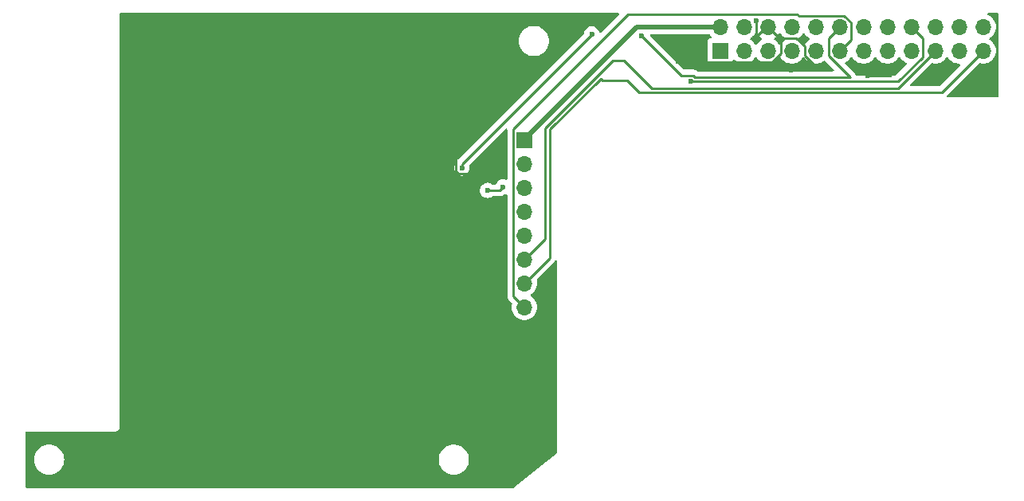
<source format=gtl>
G04 #@! TF.GenerationSoftware,KiCad,Pcbnew,7.0.9-7.0.9~ubuntu20.04.1*
G04 #@! TF.CreationDate,2024-01-21T19:49:38-07:00*
G04 #@! TF.ProjectId,lcdandbuttonboard3b,6c636461-6e64-4627-9574-746f6e626f61,rev?*
G04 #@! TF.SameCoordinates,Original*
G04 #@! TF.FileFunction,Copper,L1,Top*
G04 #@! TF.FilePolarity,Positive*
%FSLAX46Y46*%
G04 Gerber Fmt 4.6, Leading zero omitted, Abs format (unit mm)*
G04 Created by KiCad (PCBNEW 7.0.9-7.0.9~ubuntu20.04.1) date 2024-01-21 19:49:38*
%MOMM*%
%LPD*%
G01*
G04 APERTURE LIST*
G04 #@! TA.AperFunction,ComponentPad*
%ADD10R,1.700000X1.700000*%
G04 #@! TD*
G04 #@! TA.AperFunction,ComponentPad*
%ADD11O,1.700000X1.700000*%
G04 #@! TD*
G04 #@! TA.AperFunction,ViaPad*
%ADD12C,0.600000*%
G04 #@! TD*
G04 #@! TA.AperFunction,Conductor*
%ADD13C,0.500000*%
G04 #@! TD*
G04 #@! TA.AperFunction,Conductor*
%ADD14C,0.250000*%
G04 #@! TD*
G04 APERTURE END LIST*
D10*
X141500000Y-64000000D03*
D11*
X141500000Y-66540000D03*
X141500000Y-69080000D03*
X141500000Y-71620000D03*
X141500000Y-74160000D03*
X141500000Y-76700000D03*
X141500000Y-79240000D03*
X141500000Y-81780000D03*
D10*
X162300000Y-54540000D03*
D11*
X162300000Y-52000000D03*
X164840000Y-54540000D03*
X164840000Y-52000000D03*
X167380000Y-54540000D03*
X167380000Y-52000000D03*
X169920000Y-54540000D03*
X169920000Y-52000000D03*
X172460000Y-54540000D03*
X172460000Y-52000000D03*
X175000000Y-54540000D03*
X175000000Y-52000000D03*
X177540000Y-54540000D03*
X177540000Y-52000000D03*
X180080000Y-54540000D03*
X180080000Y-52000000D03*
X182620000Y-54540000D03*
X182620000Y-52000000D03*
X185160000Y-54540000D03*
X185160000Y-52000000D03*
X187700000Y-54540000D03*
X187700000Y-52000000D03*
X190240000Y-54540000D03*
X190240000Y-52000000D03*
D12*
X98975000Y-60400000D03*
X148875000Y-51000000D03*
X100275000Y-92700000D03*
X136100000Y-54575000D03*
X186975000Y-56400000D03*
X146625000Y-51725000D03*
X137625000Y-59175000D03*
X157808411Y-55616589D03*
X141975000Y-97775000D03*
X120150000Y-53800000D03*
X99400000Y-85025000D03*
X143500000Y-85900000D03*
X100600000Y-66450000D03*
X143500000Y-94000000D03*
X180700000Y-56800000D03*
X114425000Y-100275000D03*
X143500000Y-89575000D03*
X114525000Y-52500000D03*
X143825000Y-80050000D03*
X169875000Y-56600000D03*
X99950000Y-88925000D03*
X100050000Y-54550000D03*
X137975000Y-94750000D03*
X188100000Y-58225000D03*
X173100000Y-56350000D03*
X116150000Y-99075000D03*
X93675000Y-96150000D03*
X166125000Y-51375000D03*
X183425000Y-57925000D03*
X107400000Y-98425000D03*
X144025000Y-83100000D03*
X128800000Y-51750000D03*
X190075000Y-57175000D03*
X166000000Y-53175000D03*
X99825000Y-75625000D03*
X104050000Y-52625000D03*
X99725000Y-70975000D03*
X111075000Y-100275000D03*
X184300000Y-56775000D03*
X178025000Y-57175500D03*
X163200000Y-56525000D03*
X133225000Y-51650000D03*
X185300000Y-57400000D03*
X132800000Y-64250000D03*
X100150000Y-80600000D03*
X109125000Y-52075000D03*
X93775000Y-99200000D03*
X139175000Y-96800000D03*
X139125000Y-65725000D03*
X99725000Y-62675000D03*
X130300000Y-95525000D03*
X134275000Y-59225000D03*
X139250000Y-69000000D03*
X137575000Y-69375000D03*
X159200000Y-57800000D03*
X148650000Y-52750000D03*
X134850000Y-67000000D03*
X153950000Y-52925000D03*
D13*
X141500000Y-63950000D02*
X153450000Y-52000000D01*
X141500000Y-64000000D02*
X141500000Y-63950000D01*
X153450000Y-52000000D02*
X162300000Y-52000000D01*
D14*
X99950000Y-88925000D02*
X99950000Y-92375000D01*
X120150000Y-53800000D02*
X115825000Y-53800000D01*
X171285000Y-54053299D02*
X171285000Y-55026701D01*
X115825000Y-53800000D02*
X114525000Y-52500000D01*
X188100000Y-58225000D02*
X189025000Y-58225000D01*
X167866701Y-55715000D02*
X168745000Y-54836701D01*
X134275000Y-59225000D02*
X134275000Y-62775000D01*
X100150000Y-84275000D02*
X99400000Y-85025000D01*
X170406701Y-53175000D02*
X171285000Y-54053299D01*
X143500000Y-83625000D02*
X144025000Y-83100000D01*
X167175000Y-52000000D02*
X166000000Y-53175000D01*
X168745000Y-53365000D02*
X167380000Y-52000000D01*
X166000000Y-53175000D02*
X166125000Y-53050000D01*
X141000000Y-96800000D02*
X141975000Y-97775000D01*
X143500000Y-94000000D02*
X143500000Y-89575000D01*
X93675000Y-96150000D02*
X93675000Y-99100000D01*
X134275000Y-62775000D02*
X132800000Y-64250000D01*
X166125000Y-53050000D02*
X166125000Y-51375000D01*
X137225000Y-67625000D02*
X139125000Y-65725000D01*
X186600000Y-56775000D02*
X186975000Y-56400000D01*
X157906822Y-55715000D02*
X167866701Y-55715000D01*
X100150000Y-80600000D02*
X100150000Y-84275000D01*
X178025000Y-57175500D02*
X180324500Y-57175500D01*
X184775000Y-57925000D02*
X185300000Y-57400000D01*
X134225000Y-62575000D02*
X134225000Y-67350000D01*
X109125000Y-52075000D02*
X104600000Y-52075000D01*
X99725000Y-75525000D02*
X99825000Y-75625000D01*
X114425000Y-100275000D02*
X114950000Y-100275000D01*
X184300000Y-56775000D02*
X186600000Y-56775000D01*
X130300000Y-95525000D02*
X137200000Y-95525000D01*
X99950000Y-92375000D02*
X100275000Y-92700000D01*
X104600000Y-52075000D02*
X104050000Y-52625000D01*
X148875000Y-51000000D02*
X139675000Y-51000000D01*
X183425000Y-57925000D02*
X184775000Y-57925000D01*
X180324500Y-57175500D02*
X180700000Y-56800000D01*
X168555000Y-53175000D02*
X170406701Y-53175000D01*
X100050000Y-54550000D02*
X100050000Y-59325000D01*
X169875000Y-56600000D02*
X163275000Y-56600000D01*
X172608299Y-56350000D02*
X173100000Y-56350000D01*
X128900000Y-51650000D02*
X128800000Y-51750000D01*
X134500000Y-67625000D02*
X137225000Y-67625000D01*
X137625000Y-59175000D02*
X134225000Y-62575000D01*
X114950000Y-100275000D02*
X116150000Y-99075000D01*
X168745000Y-54836701D02*
X168745000Y-53365000D01*
X139175000Y-96800000D02*
X141000000Y-96800000D01*
X171285000Y-55026701D02*
X172608299Y-56350000D01*
X163275000Y-56600000D02*
X163200000Y-56525000D01*
X157808411Y-55616589D02*
X157906822Y-55715000D01*
X143500000Y-85900000D02*
X143500000Y-83625000D01*
X109225000Y-98425000D02*
X111075000Y-100275000D01*
X107400000Y-98425000D02*
X109225000Y-98425000D01*
X167380000Y-52000000D02*
X168555000Y-53175000D01*
X189025000Y-58225000D02*
X190075000Y-57175000D01*
X100600000Y-63550000D02*
X100600000Y-66450000D01*
X133225000Y-51650000D02*
X128900000Y-51650000D01*
X139675000Y-51000000D02*
X136100000Y-54575000D01*
X134225000Y-67350000D02*
X134500000Y-67625000D01*
X167380000Y-52000000D02*
X167175000Y-52000000D01*
X93675000Y-99100000D02*
X93775000Y-99200000D01*
X100050000Y-59325000D02*
X98975000Y-60400000D01*
X99725000Y-62675000D02*
X100600000Y-63550000D01*
X137200000Y-95525000D02*
X137975000Y-94750000D01*
X99725000Y-70975000D02*
X99725000Y-75525000D01*
X137575000Y-69375000D02*
X138875000Y-69375000D01*
X138875000Y-69375000D02*
X139250000Y-69000000D01*
X183800000Y-53180000D02*
X182620000Y-52000000D01*
X181211701Y-57800000D02*
X183800000Y-55211701D01*
X183800000Y-55211701D02*
X183800000Y-53180000D01*
X159200000Y-57800000D02*
X181211701Y-57800000D01*
X143668198Y-62781802D02*
X150863604Y-55586396D01*
X181200000Y-58500000D02*
X185160000Y-54540000D01*
X141500000Y-76700000D02*
X143668198Y-74531802D01*
X155000000Y-58500000D02*
X181200000Y-58500000D01*
X152086396Y-55586396D02*
X155000000Y-58500000D01*
X150863604Y-55586396D02*
X152086396Y-55586396D01*
X143668198Y-74531802D02*
X143668198Y-62781802D01*
X144204594Y-76535406D02*
X144204594Y-62881802D01*
X185830000Y-58950000D02*
X190240000Y-54540000D01*
X149800000Y-57700000D02*
X152400000Y-57700000D01*
X149593198Y-57493198D02*
X149800000Y-57700000D01*
X144204594Y-62881802D02*
X149593198Y-57493198D01*
X153650000Y-58950000D02*
X185830000Y-58950000D01*
X152400000Y-57700000D02*
X153650000Y-58950000D01*
X141500000Y-79240000D02*
X144204594Y-76535406D01*
X140325000Y-80605000D02*
X141500000Y-81780000D01*
X175000000Y-54540000D02*
X176175000Y-53365000D01*
X140325000Y-62825000D02*
X140325000Y-80605000D01*
X152525000Y-50625000D02*
X140325000Y-62825000D01*
X176175000Y-53365000D02*
X176175000Y-51513299D01*
X176175000Y-51513299D02*
X175486701Y-50825000D01*
X170475000Y-50625000D02*
X152525000Y-50625000D01*
X170675000Y-50825000D02*
X170475000Y-50625000D01*
X175486701Y-50825000D02*
X170675000Y-50825000D01*
X158200000Y-57175000D02*
X159458884Y-57175000D01*
X159633884Y-57350000D02*
X176100000Y-57350000D01*
X176100000Y-57350000D02*
X173825000Y-55075000D01*
X173825000Y-55075000D02*
X173825000Y-53175000D01*
X134850000Y-66550000D02*
X148650000Y-52750000D01*
X173825000Y-53175000D02*
X175000000Y-52000000D01*
X134850000Y-67000000D02*
X134850000Y-66550000D01*
X153950000Y-52925000D02*
X158200000Y-57175000D01*
X159458884Y-57175000D02*
X159633884Y-57350000D01*
G04 #@! TA.AperFunction,Conductor*
G36*
X151517526Y-50520502D02*
G01*
X151564019Y-50574158D01*
X151574123Y-50644432D01*
X151544629Y-50709012D01*
X151538514Y-50715580D01*
X150052930Y-52201164D01*
X149647720Y-52606374D01*
X149585408Y-52640399D01*
X149514592Y-52635334D01*
X149457757Y-52592787D01*
X149439699Y-52558900D01*
X149383043Y-52396985D01*
X149286112Y-52242720D01*
X149286111Y-52242718D01*
X149157281Y-52113888D01*
X149157279Y-52113887D01*
X149003018Y-52016958D01*
X149003015Y-52016957D01*
X148831050Y-51956784D01*
X148831049Y-51956783D01*
X148831047Y-51956783D01*
X148650000Y-51936384D01*
X148468953Y-51956783D01*
X148468950Y-51956783D01*
X148468949Y-51956784D01*
X148296984Y-52016957D01*
X148296981Y-52016958D01*
X148142720Y-52113887D01*
X148142718Y-52113888D01*
X148013888Y-52242718D01*
X148013887Y-52242720D01*
X147916958Y-52396981D01*
X147916957Y-52396984D01*
X147856783Y-52568950D01*
X147856782Y-52568957D01*
X147851768Y-52613452D01*
X147824264Y-52678905D01*
X147815656Y-52688437D01*
X134461336Y-66042757D01*
X134448901Y-66052721D01*
X134449089Y-66052948D01*
X134442980Y-66058001D01*
X134395016Y-66109078D01*
X134373866Y-66130227D01*
X134369560Y-66135777D01*
X134365714Y-66140279D01*
X134333417Y-66174674D01*
X134333411Y-66174683D01*
X134323651Y-66192435D01*
X134312803Y-66208950D01*
X134300386Y-66224958D01*
X134281645Y-66268264D01*
X134279034Y-66273594D01*
X134256305Y-66314939D01*
X134256303Y-66314944D01*
X134251267Y-66334559D01*
X134244864Y-66353262D01*
X134236819Y-66371852D01*
X134229437Y-66418456D01*
X134228233Y-66424268D01*
X134214529Y-66477646D01*
X134212896Y-66477226D01*
X134198734Y-66516837D01*
X134116956Y-66646986D01*
X134080965Y-66749844D01*
X134056783Y-66818953D01*
X134036384Y-67000000D01*
X134056783Y-67181047D01*
X134056783Y-67181049D01*
X134056784Y-67181050D01*
X134116957Y-67353015D01*
X134116958Y-67353018D01*
X134213887Y-67507279D01*
X134213888Y-67507281D01*
X134342718Y-67636111D01*
X134342720Y-67636112D01*
X134496981Y-67733041D01*
X134496982Y-67733041D01*
X134496985Y-67733043D01*
X134668953Y-67793217D01*
X134850000Y-67813616D01*
X135031047Y-67793217D01*
X135203015Y-67733043D01*
X135357281Y-67636111D01*
X135486111Y-67507281D01*
X135583043Y-67353015D01*
X135643217Y-67181047D01*
X135663616Y-67000000D01*
X135643217Y-66818953D01*
X135626265Y-66770509D01*
X135622646Y-66699610D01*
X135656098Y-66639804D01*
X139476405Y-62819498D01*
X139538717Y-62785472D01*
X139609533Y-62790537D01*
X139666368Y-62833084D01*
X139691179Y-62899604D01*
X139691500Y-62908593D01*
X139691500Y-68120339D01*
X139671498Y-68188460D01*
X139617842Y-68234953D01*
X139547568Y-68245057D01*
X139523885Y-68239268D01*
X139476709Y-68222761D01*
X139431047Y-68206783D01*
X139250000Y-68186384D01*
X139068953Y-68206783D01*
X139068950Y-68206783D01*
X139068949Y-68206784D01*
X138896984Y-68266957D01*
X138896981Y-68266958D01*
X138742720Y-68363887D01*
X138742718Y-68363888D01*
X138613888Y-68492718D01*
X138613887Y-68492720D01*
X138516958Y-68646980D01*
X138513412Y-68657117D01*
X138472032Y-68714808D01*
X138406032Y-68740970D01*
X138394483Y-68741500D01*
X138122737Y-68741500D01*
X138055701Y-68722187D01*
X137928017Y-68641958D01*
X137928015Y-68641957D01*
X137756050Y-68581784D01*
X137756049Y-68581783D01*
X137756047Y-68581783D01*
X137575000Y-68561384D01*
X137393953Y-68581783D01*
X137393950Y-68581783D01*
X137393949Y-68581784D01*
X137221984Y-68641957D01*
X137221981Y-68641958D01*
X137067720Y-68738887D01*
X137067718Y-68738888D01*
X136938888Y-68867718D01*
X136938887Y-68867720D01*
X136841958Y-69021981D01*
X136841957Y-69021984D01*
X136821657Y-69080000D01*
X136781783Y-69193953D01*
X136761384Y-69375000D01*
X136781783Y-69556047D01*
X136781783Y-69556049D01*
X136781784Y-69556050D01*
X136841957Y-69728015D01*
X136841958Y-69728018D01*
X136938887Y-69882279D01*
X136938888Y-69882281D01*
X137067718Y-70011111D01*
X137067720Y-70011112D01*
X137221981Y-70108041D01*
X137221982Y-70108041D01*
X137221985Y-70108043D01*
X137393953Y-70168217D01*
X137575000Y-70188616D01*
X137756047Y-70168217D01*
X137928015Y-70108043D01*
X137996807Y-70064817D01*
X138055701Y-70027813D01*
X138122737Y-70008500D01*
X138791147Y-70008500D01*
X138806988Y-70010249D01*
X138807016Y-70009956D01*
X138814902Y-70010700D01*
X138814909Y-70010702D01*
X138884958Y-70008500D01*
X138914856Y-70008500D01*
X138921818Y-70007619D01*
X138927719Y-70007154D01*
X138974889Y-70005673D01*
X138994347Y-70000019D01*
X139013694Y-69996013D01*
X139033797Y-69993474D01*
X139077679Y-69976099D01*
X139083274Y-69974183D01*
X139111816Y-69965891D01*
X139128591Y-69961019D01*
X139128595Y-69961017D01*
X139146026Y-69950708D01*
X139163780Y-69942009D01*
X139182617Y-69934552D01*
X139220786Y-69906818D01*
X139225744Y-69903562D01*
X139266362Y-69879542D01*
X139280685Y-69865218D01*
X139295724Y-69852374D01*
X139312108Y-69840471D01*
X139317889Y-69835043D01*
X139319238Y-69836480D01*
X139369390Y-69802600D01*
X139393544Y-69797442D01*
X139431047Y-69793217D01*
X139523887Y-69760730D01*
X139594789Y-69757111D01*
X139656394Y-69792400D01*
X139689141Y-69855393D01*
X139691500Y-69879660D01*
X139691500Y-80521146D01*
X139689751Y-80536988D01*
X139690044Y-80537016D01*
X139689298Y-80544907D01*
X139691500Y-80614957D01*
X139691500Y-80644851D01*
X139691501Y-80644872D01*
X139692378Y-80651820D01*
X139692844Y-80657732D01*
X139694326Y-80704888D01*
X139694327Y-80704893D01*
X139699977Y-80724339D01*
X139703986Y-80743697D01*
X139706525Y-80763793D01*
X139706526Y-80763799D01*
X139723893Y-80807662D01*
X139725816Y-80813279D01*
X139738982Y-80858593D01*
X139749294Y-80876031D01*
X139757988Y-80893779D01*
X139765444Y-80912609D01*
X139765450Y-80912620D01*
X139793177Y-80950783D01*
X139796437Y-80955746D01*
X139820460Y-80996365D01*
X139834779Y-81010684D01*
X139847617Y-81025714D01*
X139857156Y-81038843D01*
X139859528Y-81042107D01*
X139887794Y-81065491D01*
X139895886Y-81072185D01*
X139900267Y-81076171D01*
X140150132Y-81326036D01*
X140184158Y-81388348D01*
X140183182Y-81446061D01*
X140155436Y-81555628D01*
X140136844Y-81780000D01*
X140155437Y-82004375D01*
X140210702Y-82222612D01*
X140210703Y-82222613D01*
X140301141Y-82428793D01*
X140424275Y-82617265D01*
X140424279Y-82617270D01*
X140576762Y-82782908D01*
X140631331Y-82825381D01*
X140754424Y-82921189D01*
X140952426Y-83028342D01*
X140952427Y-83028342D01*
X140952428Y-83028343D01*
X141064227Y-83066723D01*
X141165365Y-83101444D01*
X141387431Y-83138500D01*
X141387435Y-83138500D01*
X141612565Y-83138500D01*
X141612569Y-83138500D01*
X141834635Y-83101444D01*
X142047574Y-83028342D01*
X142245576Y-82921189D01*
X142423240Y-82782906D01*
X142575722Y-82617268D01*
X142698860Y-82428791D01*
X142789296Y-82222616D01*
X142844564Y-82004368D01*
X142863156Y-81780000D01*
X142844564Y-81555632D01*
X142802202Y-81388348D01*
X142789297Y-81337387D01*
X142789296Y-81337386D01*
X142789296Y-81337384D01*
X142698860Y-81131209D01*
X142624699Y-81017697D01*
X142575724Y-80942734D01*
X142575720Y-80942729D01*
X142423237Y-80777091D01*
X142269885Y-80657732D01*
X142245576Y-80638811D01*
X142212319Y-80620813D01*
X142161929Y-80570802D01*
X142146576Y-80501485D01*
X142171136Y-80434872D01*
X142212320Y-80399186D01*
X142245576Y-80381189D01*
X142423240Y-80242906D01*
X142575722Y-80077268D01*
X142698860Y-79888791D01*
X142789296Y-79682616D01*
X142844564Y-79464368D01*
X142863156Y-79240000D01*
X142844564Y-79015632D01*
X142816817Y-78906062D01*
X142819484Y-78835116D01*
X142849864Y-78786038D01*
X144593251Y-77042651D01*
X144605686Y-77032690D01*
X144605499Y-77032463D01*
X144611603Y-77027411D01*
X144611612Y-77027406D01*
X144659593Y-76976310D01*
X144680729Y-76955175D01*
X144685031Y-76949627D01*
X144688861Y-76945141D01*
X144721180Y-76910727D01*
X144730939Y-76892973D01*
X144741798Y-76876444D01*
X144754208Y-76860446D01*
X144757863Y-76852000D01*
X144803273Y-76797425D01*
X144870981Y-76776065D01*
X144939488Y-76794701D01*
X144987044Y-76847416D01*
X144999500Y-76902040D01*
X144999500Y-97198888D01*
X144979498Y-97267009D01*
X144952212Y-97297277D01*
X142894234Y-98943660D01*
X140416508Y-100925842D01*
X140358949Y-100971889D01*
X140293260Y-100998825D01*
X140280237Y-100999500D01*
X88626500Y-100999500D01*
X88558379Y-100979498D01*
X88511886Y-100925842D01*
X88500500Y-100873500D01*
X88500500Y-98000000D01*
X89394551Y-98000000D01*
X89414317Y-98251147D01*
X89473126Y-98496109D01*
X89569533Y-98728857D01*
X89701165Y-98943660D01*
X89701166Y-98943662D01*
X89864775Y-99135224D01*
X90056337Y-99298833D01*
X90056341Y-99298836D01*
X90271141Y-99430466D01*
X90503889Y-99526873D01*
X90748852Y-99585683D01*
X90901155Y-99597669D01*
X90937115Y-99600500D01*
X90937118Y-99600500D01*
X91062885Y-99600500D01*
X91096692Y-99597839D01*
X91251148Y-99585683D01*
X91496111Y-99526873D01*
X91728859Y-99430466D01*
X91943659Y-99298836D01*
X92135224Y-99135224D01*
X92298836Y-98943659D01*
X92430466Y-98728859D01*
X92526873Y-98496111D01*
X92585683Y-98251148D01*
X92605449Y-98000000D01*
X132394551Y-98000000D01*
X132414317Y-98251147D01*
X132473126Y-98496109D01*
X132569533Y-98728857D01*
X132701165Y-98943660D01*
X132701166Y-98943662D01*
X132864775Y-99135224D01*
X133056337Y-99298833D01*
X133056341Y-99298836D01*
X133271141Y-99430466D01*
X133503889Y-99526873D01*
X133748852Y-99585683D01*
X133901155Y-99597669D01*
X133937115Y-99600500D01*
X133937118Y-99600500D01*
X134062885Y-99600500D01*
X134096692Y-99597839D01*
X134251148Y-99585683D01*
X134496111Y-99526873D01*
X134728859Y-99430466D01*
X134943659Y-99298836D01*
X135135224Y-99135224D01*
X135298836Y-98943659D01*
X135430466Y-98728859D01*
X135526873Y-98496111D01*
X135585683Y-98251148D01*
X135605449Y-98000000D01*
X135585683Y-97748852D01*
X135526873Y-97503889D01*
X135430466Y-97271141D01*
X135298836Y-97056341D01*
X135298833Y-97056337D01*
X135135224Y-96864775D01*
X134943662Y-96701166D01*
X134943660Y-96701165D01*
X134943659Y-96701164D01*
X134728859Y-96569534D01*
X134496111Y-96473127D01*
X134496109Y-96473126D01*
X134328536Y-96432896D01*
X134251148Y-96414317D01*
X134204081Y-96410612D01*
X134062885Y-96399500D01*
X134062882Y-96399500D01*
X133937118Y-96399500D01*
X133937115Y-96399500D01*
X133748852Y-96414317D01*
X133503890Y-96473126D01*
X133271142Y-96569533D01*
X133056339Y-96701165D01*
X133056337Y-96701166D01*
X132864775Y-96864775D01*
X132701166Y-97056337D01*
X132701165Y-97056339D01*
X132569533Y-97271142D01*
X132473126Y-97503890D01*
X132414317Y-97748852D01*
X132394551Y-98000000D01*
X92605449Y-98000000D01*
X92585683Y-97748852D01*
X92526873Y-97503889D01*
X92430466Y-97271141D01*
X92298836Y-97056341D01*
X92298833Y-97056337D01*
X92135224Y-96864775D01*
X91943662Y-96701166D01*
X91943660Y-96701165D01*
X91943659Y-96701164D01*
X91728859Y-96569534D01*
X91496111Y-96473127D01*
X91496109Y-96473126D01*
X91328536Y-96432896D01*
X91251148Y-96414317D01*
X91204081Y-96410612D01*
X91062885Y-96399500D01*
X91062882Y-96399500D01*
X90937118Y-96399500D01*
X90937115Y-96399500D01*
X90748852Y-96414317D01*
X90503890Y-96473126D01*
X90271142Y-96569533D01*
X90056339Y-96701165D01*
X90056337Y-96701166D01*
X89864775Y-96864775D01*
X89701166Y-97056337D01*
X89701165Y-97056339D01*
X89569533Y-97271142D01*
X89473126Y-97503890D01*
X89414317Y-97748852D01*
X89394551Y-98000000D01*
X88500500Y-98000000D01*
X88500500Y-95126500D01*
X88520502Y-95058379D01*
X88574158Y-95011886D01*
X88626500Y-95000500D01*
X98071958Y-95000500D01*
X98071961Y-95000500D01*
X98098017Y-94992848D01*
X98115567Y-94989030D01*
X98142457Y-94985165D01*
X98167160Y-94973882D01*
X98183997Y-94967603D01*
X98210053Y-94959953D01*
X98232902Y-94945268D01*
X98248670Y-94936658D01*
X98273373Y-94925377D01*
X98293896Y-94907592D01*
X98308269Y-94896832D01*
X98331128Y-94882143D01*
X98348911Y-94861619D01*
X98361622Y-94848909D01*
X98382143Y-94831128D01*
X98396832Y-94808269D01*
X98407592Y-94793896D01*
X98425377Y-94773373D01*
X98436658Y-94748670D01*
X98445268Y-94732902D01*
X98459953Y-94710053D01*
X98467603Y-94683997D01*
X98473882Y-94667160D01*
X98485165Y-94642457D01*
X98489030Y-94615567D01*
X98492848Y-94598017D01*
X98500500Y-94571961D01*
X98500500Y-94428039D01*
X98500500Y-53500000D01*
X140894551Y-53500000D01*
X140914317Y-53751148D01*
X140932896Y-53828536D01*
X140973126Y-53996109D01*
X141069533Y-54228857D01*
X141201165Y-54443660D01*
X141201166Y-54443662D01*
X141364775Y-54635224D01*
X141515984Y-54764368D01*
X141556341Y-54798836D01*
X141771141Y-54930466D01*
X142003889Y-55026873D01*
X142248852Y-55085683D01*
X142401155Y-55097669D01*
X142437115Y-55100500D01*
X142437118Y-55100500D01*
X142562885Y-55100500D01*
X142596692Y-55097839D01*
X142751148Y-55085683D01*
X142996111Y-55026873D01*
X143228859Y-54930466D01*
X143443659Y-54798836D01*
X143635224Y-54635224D01*
X143798836Y-54443659D01*
X143930466Y-54228859D01*
X144026873Y-53996111D01*
X144085683Y-53751148D01*
X144105449Y-53500000D01*
X144085683Y-53248852D01*
X144026873Y-53003889D01*
X143930466Y-52771141D01*
X143798836Y-52556341D01*
X143798833Y-52556337D01*
X143635224Y-52364775D01*
X143443662Y-52201166D01*
X143443660Y-52201165D01*
X143443659Y-52201164D01*
X143228859Y-52069534D01*
X143177048Y-52048073D01*
X142996109Y-51973126D01*
X142828536Y-51932896D01*
X142751148Y-51914317D01*
X142704081Y-51910612D01*
X142562885Y-51899500D01*
X142562882Y-51899500D01*
X142437118Y-51899500D01*
X142437115Y-51899500D01*
X142248852Y-51914317D01*
X142003890Y-51973126D01*
X141771142Y-52069533D01*
X141556339Y-52201165D01*
X141556337Y-52201166D01*
X141364775Y-52364775D01*
X141201166Y-52556337D01*
X141201165Y-52556339D01*
X141069533Y-52771142D01*
X140973126Y-53003890D01*
X140921590Y-53218556D01*
X140914317Y-53248852D01*
X140894551Y-53500000D01*
X98500500Y-53500000D01*
X98500500Y-50626500D01*
X98520502Y-50558379D01*
X98574158Y-50511886D01*
X98626500Y-50500500D01*
X138964201Y-50500500D01*
X151449405Y-50500500D01*
X151517526Y-50520502D01*
G37*
G04 #@! TD.AperFunction*
G04 #@! TA.AperFunction,Conductor*
G36*
X191791621Y-50520502D02*
G01*
X191838114Y-50574158D01*
X191849500Y-50626500D01*
X191849500Y-51926533D01*
X191829498Y-51994654D01*
X191821983Y-52001165D01*
X191846915Y-52048073D01*
X191849500Y-52073466D01*
X191849500Y-54466533D01*
X191829498Y-54534654D01*
X191821983Y-54541165D01*
X191846915Y-54588073D01*
X191849500Y-54613466D01*
X191849500Y-59373500D01*
X191829498Y-59441621D01*
X191775842Y-59488114D01*
X191723500Y-59499500D01*
X186480593Y-59499500D01*
X186412472Y-59479498D01*
X186365979Y-59425842D01*
X186355875Y-59355568D01*
X186385369Y-59290988D01*
X186391498Y-59284405D01*
X188045904Y-57629999D01*
X189782206Y-55893697D01*
X189844516Y-55859673D01*
X189900218Y-55860617D01*
X189900224Y-55860586D01*
X189900436Y-55860621D01*
X189902241Y-55860652D01*
X189905350Y-55861439D01*
X189905365Y-55861444D01*
X190127431Y-55898500D01*
X190127435Y-55898500D01*
X190352565Y-55898500D01*
X190352569Y-55898500D01*
X190574635Y-55861444D01*
X190787574Y-55788342D01*
X190985576Y-55681189D01*
X191163240Y-55542906D01*
X191315722Y-55377268D01*
X191438860Y-55188791D01*
X191529296Y-54982616D01*
X191584564Y-54764368D01*
X191597930Y-54603059D01*
X191623490Y-54536824D01*
X191624493Y-54536090D01*
X191602604Y-54502031D01*
X191597930Y-54476938D01*
X191597068Y-54466533D01*
X191584564Y-54315632D01*
X191529296Y-54097384D01*
X191438860Y-53891209D01*
X191421500Y-53864637D01*
X191315724Y-53702734D01*
X191315720Y-53702729D01*
X191163237Y-53537091D01*
X191043367Y-53443792D01*
X190985576Y-53398811D01*
X190952319Y-53380813D01*
X190901929Y-53330802D01*
X190886576Y-53261485D01*
X190911136Y-53194872D01*
X190952320Y-53159186D01*
X190952847Y-53158901D01*
X190985576Y-53141189D01*
X191163240Y-53002906D01*
X191315722Y-52837268D01*
X191315927Y-52836955D01*
X191329889Y-52815583D01*
X191438860Y-52648791D01*
X191529296Y-52442616D01*
X191584564Y-52224368D01*
X191597930Y-52063059D01*
X191623490Y-51996824D01*
X191624493Y-51996090D01*
X191602604Y-51962031D01*
X191597930Y-51936938D01*
X191584564Y-51775632D01*
X191529296Y-51557384D01*
X191438860Y-51351209D01*
X191432140Y-51340924D01*
X191315724Y-51162734D01*
X191315720Y-51162729D01*
X191199570Y-51036559D01*
X191163240Y-50997094D01*
X191163239Y-50997093D01*
X191163237Y-50997091D01*
X191081382Y-50933381D01*
X190985576Y-50858811D01*
X190787574Y-50751658D01*
X190770139Y-50745672D01*
X190712205Y-50704635D01*
X190685654Y-50638791D01*
X190698916Y-50569044D01*
X190747780Y-50517539D01*
X190811053Y-50500500D01*
X191414201Y-50500500D01*
X191723500Y-50500500D01*
X191791621Y-50520502D01*
G37*
G04 #@! TD.AperFunction*
G04 #@! TA.AperFunction,Conductor*
G36*
X186513225Y-55215669D02*
G01*
X186535480Y-55241353D01*
X186568607Y-55292058D01*
X186624275Y-55377265D01*
X186624279Y-55377270D01*
X186776762Y-55542908D01*
X186778263Y-55544076D01*
X186954424Y-55681189D01*
X187152426Y-55788342D01*
X187152427Y-55788342D01*
X187152428Y-55788343D01*
X187228601Y-55814493D01*
X187365365Y-55861444D01*
X187587431Y-55898500D01*
X187587435Y-55898500D01*
X187681405Y-55898500D01*
X187749526Y-55918502D01*
X187796019Y-55972158D01*
X187806123Y-56042432D01*
X187776629Y-56107012D01*
X187770500Y-56113595D01*
X185604500Y-58279595D01*
X185542188Y-58313621D01*
X185515405Y-58316500D01*
X182583594Y-58316500D01*
X182515473Y-58296498D01*
X182468980Y-58242842D01*
X182458876Y-58172568D01*
X182488370Y-58107988D01*
X182494499Y-58101405D01*
X183032247Y-57563657D01*
X184702205Y-55893697D01*
X184764515Y-55859674D01*
X184820218Y-55860616D01*
X184820224Y-55860586D01*
X184820430Y-55860620D01*
X184822236Y-55860651D01*
X184825356Y-55861441D01*
X184825365Y-55861444D01*
X185047431Y-55898500D01*
X185047435Y-55898500D01*
X185272565Y-55898500D01*
X185272569Y-55898500D01*
X185494635Y-55861444D01*
X185707574Y-55788342D01*
X185905576Y-55681189D01*
X186083240Y-55542906D01*
X186235722Y-55377268D01*
X186324518Y-55241354D01*
X186378520Y-55195268D01*
X186448868Y-55185692D01*
X186513225Y-55215669D01*
G37*
G04 #@! TD.AperFunction*
G04 #@! TA.AperFunction,Conductor*
G36*
X181433225Y-55215669D02*
G01*
X181455480Y-55241353D01*
X181488607Y-55292058D01*
X181544275Y-55377265D01*
X181544279Y-55377270D01*
X181696762Y-55542908D01*
X181698263Y-55544076D01*
X181874424Y-55681189D01*
X182072426Y-55788342D01*
X182072436Y-55788345D01*
X182077200Y-55790436D01*
X182076639Y-55791714D01*
X182129297Y-55829010D01*
X182155852Y-55894853D01*
X182142595Y-55964601D01*
X182119549Y-55996246D01*
X180986201Y-57129595D01*
X180923889Y-57163620D01*
X180897106Y-57166500D01*
X176799117Y-57166500D01*
X176730996Y-57146498D01*
X176692343Y-57101890D01*
X176690060Y-57103242D01*
X176687970Y-57099709D01*
X176685268Y-57093725D01*
X176684503Y-57092842D01*
X176683492Y-57090569D01*
X176682881Y-57089158D01*
X176683153Y-57089040D01*
X176681406Y-57085171D01*
X176681139Y-57085298D01*
X176677765Y-57078129D01*
X176677764Y-57078125D01*
X176640206Y-57018943D01*
X176604542Y-56958638D01*
X176604540Y-56958636D01*
X176599681Y-56952371D01*
X176599914Y-56952189D01*
X176597282Y-56948904D01*
X176597055Y-56949092D01*
X176592001Y-56942983D01*
X176540905Y-56895001D01*
X175593525Y-55947620D01*
X175559499Y-55885308D01*
X175564564Y-55814493D01*
X175607111Y-55757657D01*
X175622642Y-55747717D01*
X175745576Y-55681189D01*
X175923240Y-55542906D01*
X176075722Y-55377268D01*
X176164518Y-55241354D01*
X176218520Y-55195268D01*
X176288868Y-55185692D01*
X176353225Y-55215669D01*
X176375480Y-55241353D01*
X176408607Y-55292058D01*
X176464275Y-55377265D01*
X176464279Y-55377270D01*
X176616762Y-55542908D01*
X176618263Y-55544076D01*
X176794424Y-55681189D01*
X176992426Y-55788342D01*
X176992427Y-55788342D01*
X176992428Y-55788343D01*
X177068601Y-55814493D01*
X177205365Y-55861444D01*
X177427431Y-55898500D01*
X177427435Y-55898500D01*
X177652565Y-55898500D01*
X177652569Y-55898500D01*
X177874635Y-55861444D01*
X178087574Y-55788342D01*
X178285576Y-55681189D01*
X178463240Y-55542906D01*
X178615722Y-55377268D01*
X178704518Y-55241354D01*
X178758520Y-55195268D01*
X178828868Y-55185692D01*
X178893225Y-55215669D01*
X178915480Y-55241353D01*
X178948607Y-55292058D01*
X179004275Y-55377265D01*
X179004279Y-55377270D01*
X179156762Y-55542908D01*
X179158263Y-55544076D01*
X179334424Y-55681189D01*
X179532426Y-55788342D01*
X179532427Y-55788342D01*
X179532428Y-55788343D01*
X179608601Y-55814493D01*
X179745365Y-55861444D01*
X179967431Y-55898500D01*
X179967435Y-55898500D01*
X180192565Y-55898500D01*
X180192569Y-55898500D01*
X180414635Y-55861444D01*
X180627574Y-55788342D01*
X180825576Y-55681189D01*
X181003240Y-55542906D01*
X181155722Y-55377268D01*
X181244518Y-55241354D01*
X181298520Y-55195268D01*
X181368868Y-55185692D01*
X181433225Y-55215669D01*
G37*
G04 #@! TD.AperFunction*
G04 #@! TA.AperFunction,Conductor*
G36*
X161172749Y-52778502D02*
G01*
X161210110Y-52815583D01*
X161224278Y-52837268D01*
X161349777Y-52973595D01*
X161367475Y-52992820D01*
X161398896Y-53056485D01*
X161390909Y-53127031D01*
X161346050Y-53182060D01*
X161318807Y-53196213D01*
X161203797Y-53239110D01*
X161203792Y-53239112D01*
X161086738Y-53326738D01*
X160999112Y-53443792D01*
X160999110Y-53443797D01*
X160948011Y-53580795D01*
X160948009Y-53580803D01*
X160941500Y-53641350D01*
X160941500Y-55438649D01*
X160948009Y-55499196D01*
X160948011Y-55499204D01*
X160999110Y-55636202D01*
X160999112Y-55636207D01*
X161086738Y-55753261D01*
X161203792Y-55840887D01*
X161203794Y-55840888D01*
X161203796Y-55840889D01*
X161256782Y-55860652D01*
X161340795Y-55891988D01*
X161340803Y-55891990D01*
X161401350Y-55898499D01*
X161401355Y-55898499D01*
X161401362Y-55898500D01*
X161401368Y-55898500D01*
X163198632Y-55898500D01*
X163198638Y-55898500D01*
X163198645Y-55898499D01*
X163198649Y-55898499D01*
X163259196Y-55891990D01*
X163259199Y-55891989D01*
X163259201Y-55891989D01*
X163396204Y-55840889D01*
X163399782Y-55838211D01*
X163513261Y-55753261D01*
X163600886Y-55636208D01*
X163600885Y-55636208D01*
X163600889Y-55636204D01*
X163644999Y-55517939D01*
X163687545Y-55461107D01*
X163754066Y-55436296D01*
X163823440Y-55451388D01*
X163855753Y-55476635D01*
X163876529Y-55499204D01*
X163916762Y-55542908D01*
X163918263Y-55544076D01*
X164094424Y-55681189D01*
X164292426Y-55788342D01*
X164292427Y-55788342D01*
X164292428Y-55788343D01*
X164368601Y-55814493D01*
X164505365Y-55861444D01*
X164727431Y-55898500D01*
X164727435Y-55898500D01*
X164952565Y-55898500D01*
X164952569Y-55898500D01*
X165174635Y-55861444D01*
X165387574Y-55788342D01*
X165585576Y-55681189D01*
X165763240Y-55542906D01*
X165915722Y-55377268D01*
X166004518Y-55241354D01*
X166058520Y-55195268D01*
X166128868Y-55185692D01*
X166193225Y-55215669D01*
X166215480Y-55241353D01*
X166248607Y-55292058D01*
X166304275Y-55377265D01*
X166304279Y-55377270D01*
X166456762Y-55542908D01*
X166458263Y-55544076D01*
X166634424Y-55681189D01*
X166832426Y-55788342D01*
X166832427Y-55788342D01*
X166832428Y-55788343D01*
X166908601Y-55814493D01*
X167045365Y-55861444D01*
X167267431Y-55898500D01*
X167267435Y-55898500D01*
X167492565Y-55898500D01*
X167492569Y-55898500D01*
X167714635Y-55861444D01*
X167927574Y-55788342D01*
X168125576Y-55681189D01*
X168303240Y-55542906D01*
X168455722Y-55377268D01*
X168544518Y-55241354D01*
X168598520Y-55195268D01*
X168668868Y-55185692D01*
X168733225Y-55215669D01*
X168755480Y-55241353D01*
X168788607Y-55292058D01*
X168844275Y-55377265D01*
X168844279Y-55377270D01*
X168996762Y-55542908D01*
X168998263Y-55544076D01*
X169174424Y-55681189D01*
X169372426Y-55788342D01*
X169372427Y-55788342D01*
X169372428Y-55788343D01*
X169448601Y-55814493D01*
X169585365Y-55861444D01*
X169807431Y-55898500D01*
X169807435Y-55898500D01*
X170032565Y-55898500D01*
X170032569Y-55898500D01*
X170254635Y-55861444D01*
X170467574Y-55788342D01*
X170665576Y-55681189D01*
X170843240Y-55542906D01*
X170995722Y-55377268D01*
X171084518Y-55241354D01*
X171138520Y-55195268D01*
X171208868Y-55185692D01*
X171273225Y-55215669D01*
X171295480Y-55241353D01*
X171328607Y-55292058D01*
X171384275Y-55377265D01*
X171384279Y-55377270D01*
X171536762Y-55542908D01*
X171538263Y-55544076D01*
X171714424Y-55681189D01*
X171912426Y-55788342D01*
X171912427Y-55788342D01*
X171912428Y-55788343D01*
X171988601Y-55814493D01*
X172125365Y-55861444D01*
X172347431Y-55898500D01*
X172347435Y-55898500D01*
X172572565Y-55898500D01*
X172572569Y-55898500D01*
X172794635Y-55861444D01*
X173007574Y-55788342D01*
X173205576Y-55681189D01*
X173303173Y-55605225D01*
X173369213Y-55579169D01*
X173438859Y-55592954D01*
X173469655Y-55615559D01*
X174355501Y-56501406D01*
X174389526Y-56563717D01*
X174384461Y-56634533D01*
X174341914Y-56691368D01*
X174275394Y-56716179D01*
X174266405Y-56716500D01*
X159945948Y-56716500D01*
X159877827Y-56696498D01*
X159859696Y-56682351D01*
X159834208Y-56658417D01*
X159834205Y-56658414D01*
X159830879Y-56656586D01*
X159816447Y-56648651D01*
X159799931Y-56637802D01*
X159783925Y-56625386D01*
X159753173Y-56612078D01*
X159740624Y-56606648D01*
X159735292Y-56604036D01*
X159693945Y-56581305D01*
X159674320Y-56576266D01*
X159655620Y-56569864D01*
X159637029Y-56561819D01*
X159637027Y-56561818D01*
X159637026Y-56561818D01*
X159590426Y-56554437D01*
X159584613Y-56553233D01*
X159538914Y-56541500D01*
X159518660Y-56541500D01*
X159498950Y-56539949D01*
X159478941Y-56536780D01*
X159478940Y-56536780D01*
X159431967Y-56541220D01*
X159426034Y-56541500D01*
X158514594Y-56541500D01*
X158446473Y-56521498D01*
X158425499Y-56504595D01*
X154894499Y-52973595D01*
X154860473Y-52911283D01*
X154865538Y-52840468D01*
X154908085Y-52783632D01*
X154974605Y-52758821D01*
X154983594Y-52758500D01*
X161104628Y-52758500D01*
X161172749Y-52778502D01*
G37*
G04 #@! TD.AperFunction*
G04 #@! TA.AperFunction,Conductor*
G36*
X166193524Y-52675212D02*
G01*
X166215782Y-52700898D01*
X166304674Y-52836958D01*
X166457097Y-53002534D01*
X166634698Y-53140767D01*
X166634704Y-53140771D01*
X166668207Y-53158902D01*
X166718597Y-53208915D01*
X166733949Y-53278232D01*
X166709388Y-53344845D01*
X166668207Y-53380528D01*
X166634430Y-53398807D01*
X166634424Y-53398811D01*
X166456762Y-53537091D01*
X166304279Y-53702729D01*
X166215483Y-53838643D01*
X166161479Y-53884731D01*
X166091131Y-53894306D01*
X166026774Y-53864329D01*
X166004517Y-53838643D01*
X165915720Y-53702729D01*
X165763237Y-53537091D01*
X165643367Y-53443792D01*
X165585576Y-53398811D01*
X165552319Y-53380813D01*
X165501929Y-53330802D01*
X165486576Y-53261485D01*
X165511136Y-53194872D01*
X165552320Y-53159186D01*
X165552847Y-53158901D01*
X165585576Y-53141189D01*
X165763240Y-53002906D01*
X165915722Y-52837268D01*
X165915927Y-52836955D01*
X165972737Y-52750000D01*
X166004816Y-52700898D01*
X166058819Y-52654810D01*
X166129167Y-52645235D01*
X166193524Y-52675212D01*
G37*
G04 #@! TD.AperFunction*
G04 #@! TA.AperFunction,Conductor*
G36*
X168732925Y-52675212D02*
G01*
X168755183Y-52700898D01*
X168844279Y-52837270D01*
X168996762Y-53002908D01*
X169051331Y-53045381D01*
X169174424Y-53141189D01*
X169207153Y-53158901D01*
X169207680Y-53159186D01*
X169258071Y-53209200D01*
X169273423Y-53278516D01*
X169248862Y-53345129D01*
X169207680Y-53380813D01*
X169174426Y-53398810D01*
X169174424Y-53398811D01*
X168996762Y-53537091D01*
X168844279Y-53702729D01*
X168755483Y-53838643D01*
X168701479Y-53884731D01*
X168631131Y-53894306D01*
X168566774Y-53864329D01*
X168544517Y-53838643D01*
X168455720Y-53702729D01*
X168303237Y-53537091D01*
X168183367Y-53443792D01*
X168125576Y-53398811D01*
X168091792Y-53380528D01*
X168041402Y-53330516D01*
X168026050Y-53261199D01*
X168050610Y-53194586D01*
X168091793Y-53158901D01*
X168125300Y-53140767D01*
X168125301Y-53140767D01*
X168302902Y-53002534D01*
X168455327Y-52836955D01*
X168544217Y-52700899D01*
X168598220Y-52654810D01*
X168668568Y-52645235D01*
X168732925Y-52675212D01*
G37*
G04 #@! TD.AperFunction*
G04 #@! TA.AperFunction,Conductor*
G36*
X171273225Y-52675669D02*
G01*
X171295480Y-52701353D01*
X171327263Y-52750000D01*
X171384275Y-52837265D01*
X171384279Y-52837270D01*
X171536762Y-53002908D01*
X171591331Y-53045381D01*
X171714424Y-53141189D01*
X171747153Y-53158901D01*
X171747680Y-53159186D01*
X171798071Y-53209200D01*
X171813423Y-53278516D01*
X171788862Y-53345129D01*
X171747680Y-53380813D01*
X171714426Y-53398810D01*
X171714424Y-53398811D01*
X171536762Y-53537091D01*
X171384279Y-53702729D01*
X171295483Y-53838643D01*
X171241479Y-53884731D01*
X171171131Y-53894306D01*
X171106774Y-53864329D01*
X171084517Y-53838643D01*
X170995720Y-53702729D01*
X170843237Y-53537091D01*
X170723367Y-53443792D01*
X170665576Y-53398811D01*
X170632319Y-53380813D01*
X170581929Y-53330802D01*
X170566576Y-53261485D01*
X170591136Y-53194872D01*
X170632320Y-53159186D01*
X170632847Y-53158901D01*
X170665576Y-53141189D01*
X170843240Y-53002906D01*
X170995722Y-52837268D01*
X170995927Y-52836955D01*
X171009889Y-52815583D01*
X171084518Y-52701354D01*
X171138520Y-52655268D01*
X171208868Y-52645692D01*
X171273225Y-52675669D01*
G37*
G04 #@! TD.AperFunction*
M02*

</source>
